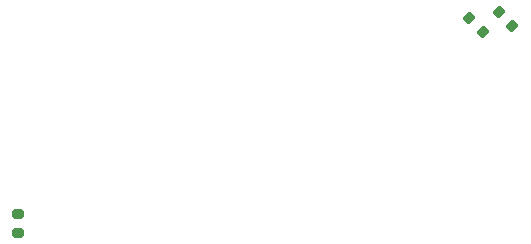
<source format=gbs>
G04 #@! TF.GenerationSoftware,KiCad,Pcbnew,9.0.4-9.0.4-0~ubuntu24.04.1*
G04 #@! TF.CreationDate,2025-08-31T09:26:06-07:00*
G04 #@! TF.ProjectId,2025-mipi-rpi-conv-dsi,32303235-2d6d-4697-9069-2d7270692d63,rev?*
G04 #@! TF.SameCoordinates,Original*
G04 #@! TF.FileFunction,Soldermask,Bot*
G04 #@! TF.FilePolarity,Negative*
%FSLAX46Y46*%
G04 Gerber Fmt 4.6, Leading zero omitted, Abs format (unit mm)*
G04 Created by KiCad (PCBNEW 9.0.4-9.0.4-0~ubuntu24.04.1) date 2025-08-31 09:26:06*
%MOMM*%
%LPD*%
G01*
G04 APERTURE LIST*
G04 Aperture macros list*
%AMRoundRect*
0 Rectangle with rounded corners*
0 $1 Rounding radius*
0 $2 $3 $4 $5 $6 $7 $8 $9 X,Y pos of 4 corners*
0 Add a 4 corners polygon primitive as box body*
4,1,4,$2,$3,$4,$5,$6,$7,$8,$9,$2,$3,0*
0 Add four circle primitives for the rounded corners*
1,1,$1+$1,$2,$3*
1,1,$1+$1,$4,$5*
1,1,$1+$1,$6,$7*
1,1,$1+$1,$8,$9*
0 Add four rect primitives between the rounded corners*
20,1,$1+$1,$2,$3,$4,$5,0*
20,1,$1+$1,$4,$5,$6,$7,0*
20,1,$1+$1,$6,$7,$8,$9,0*
20,1,$1+$1,$8,$9,$2,$3,0*%
G04 Aperture macros list end*
%ADD10RoundRect,0.200000X0.335876X0.053033X0.053033X0.335876X-0.335876X-0.053033X-0.053033X-0.335876X0*%
%ADD11RoundRect,0.200000X0.275000X-0.200000X0.275000X0.200000X-0.275000X0.200000X-0.275000X-0.200000X0*%
G04 APERTURE END LIST*
D10*
G04 #@! TO.C,R2*
X115583363Y-90083363D03*
X114416637Y-88916637D03*
G04 #@! TD*
G04 #@! TO.C,R1*
X113083363Y-90583363D03*
X111916637Y-89416637D03*
G04 #@! TD*
D11*
G04 #@! TO.C,R6*
X73750000Y-107650000D03*
X73750000Y-106000000D03*
G04 #@! TD*
M02*

</source>
